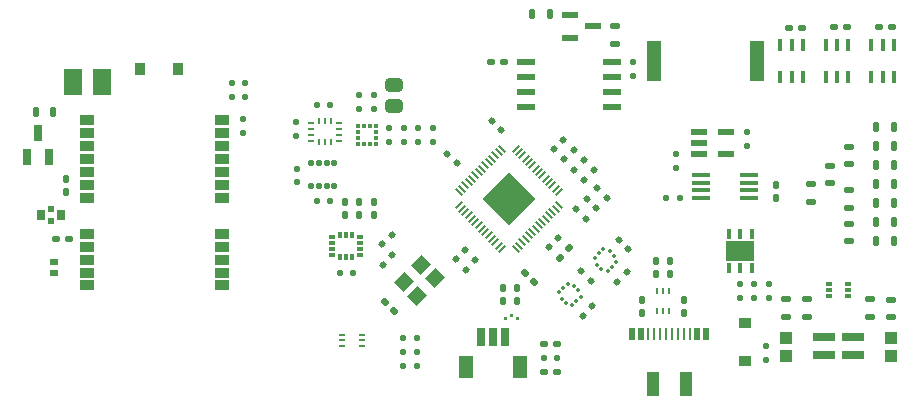
<source format=gbr>
%TF.GenerationSoftware,KiCad,Pcbnew,9.0.2+1*%
%TF.CreationDate,2025-08-16T20:28:54+01:00*%
%TF.ProjectId,Navigator,4e617669-6761-4746-9f72-2e6b69636164,rev?*%
%TF.SameCoordinates,Original*%
%TF.FileFunction,Paste,Top*%
%TF.FilePolarity,Positive*%
%FSLAX46Y46*%
G04 Gerber Fmt 4.6, Leading zero omitted, Abs format (unit mm)*
G04 Created by KiCad (PCBNEW 9.0.2+1) date 2025-08-16 20:28:54*
%MOMM*%
%LPD*%
G01*
G04 APERTURE LIST*
G04 Aperture macros list*
%AMRoundRect*
0 Rectangle with rounded corners*
0 $1 Rounding radius*
0 $2 $3 $4 $5 $6 $7 $8 $9 X,Y pos of 4 corners*
0 Add a 4 corners polygon primitive as box body*
4,1,4,$2,$3,$4,$5,$6,$7,$8,$9,$2,$3,0*
0 Add four circle primitives for the rounded corners*
1,1,$1+$1,$2,$3*
1,1,$1+$1,$4,$5*
1,1,$1+$1,$6,$7*
1,1,$1+$1,$8,$9*
0 Add four rect primitives between the rounded corners*
20,1,$1+$1,$2,$3,$4,$5,0*
20,1,$1+$1,$4,$5,$6,$7,0*
20,1,$1+$1,$6,$7,$8,$9,0*
20,1,$1+$1,$8,$9,$2,$3,0*%
%AMRotRect*
0 Rectangle, with rotation*
0 The origin of the aperture is its center*
0 $1 length*
0 $2 width*
0 $3 Rotation angle, in degrees counterclockwise*
0 Add horizontal line*
21,1,$1,$2,0,0,$3*%
G04 Aperture macros list end*
%ADD10C,0.000000*%
%ADD11C,0.010000*%
%ADD12R,0.609600X0.228600*%
%ADD13RotRect,0.177800X0.812800X45.000000*%
%ADD14RotRect,0.177800X0.812800X315.000000*%
%ADD15RotRect,3.200400X3.200400X315.000000*%
%ADD16RoundRect,0.072500X-0.637500X-0.217500X0.637500X-0.217500X0.637500X0.217500X-0.637500X0.217500X0*%
%ADD17R,1.549400X2.209800*%
%ADD18R,0.576580X0.351536*%
%ADD19R,0.351536X0.576580*%
%ADD20R,0.475000X0.300000*%
%ADD21R,0.520000X1.000000*%
%ADD22R,0.270000X1.000000*%
%ADD23R,1.000000X2.000000*%
%ADD24RoundRect,0.127000X0.017961X0.197566X-0.197566X-0.017961X-0.017961X-0.197566X0.197566X0.017961X0*%
%ADD25RoundRect,0.127000X-0.197566X0.017961X0.017961X-0.197566X0.197566X-0.017961X-0.017961X0.197566X0*%
%ADD26RoundRect,0.125000X0.202799X0.124999X-0.202799X0.124999X-0.202799X-0.124999X0.202799X-0.124999X0*%
%ADD27RoundRect,0.125000X0.124999X-0.202799X0.124999X0.202799X-0.124999X0.202799X-0.124999X-0.202799X0*%
%ADD28RoundRect,0.127000X-0.152400X-0.127000X0.152400X-0.127000X0.152400X0.127000X-0.152400X0.127000X0*%
%ADD29RoundRect,0.125000X0.055013X0.231788X-0.231788X-0.055013X-0.055013X-0.231788X0.231788X0.055013X0*%
%ADD30RoundRect,0.227500X0.227500X0.307500X-0.227500X0.307500X-0.227500X-0.307500X0.227500X-0.307500X0*%
%ADD31R,0.406400X0.812800*%
%ADD32R,2.489200X1.752600*%
%ADD33R,0.800000X1.320000*%
%ADD34RoundRect,0.127000X0.127000X-0.152400X0.127000X0.152400X-0.127000X0.152400X-0.127000X-0.152400X0*%
%ADD35R,1.524000X0.533400*%
%ADD36RoundRect,0.125000X-0.124999X0.202799X-0.124999X-0.202799X0.124999X-0.202799X0.124999X0.202799X0*%
%ADD37RoundRect,0.125000X0.125000X0.281400X-0.125000X0.281400X-0.125000X-0.281400X0.125000X-0.281400X0*%
%ADD38RoundRect,0.127000X-0.127000X0.152400X-0.127000X-0.152400X0.127000X-0.152400X0.127000X0.152400X0*%
%ADD39RoundRect,0.125000X-0.281400X0.125000X-0.281400X-0.125000X0.281400X-0.125000X0.281400X0.125000X0*%
%ADD40RoundRect,0.127000X0.152400X0.127000X-0.152400X0.127000X-0.152400X-0.127000X0.152400X-0.127000X0*%
%ADD41RoundRect,0.125000X0.231788X-0.055013X-0.055013X0.231788X-0.231788X0.055013X0.055013X-0.231788X0*%
%ADD42RotRect,1.100000X1.300000X135.000000*%
%ADD43R,0.482600X0.254000*%
%ADD44R,0.254000X0.482600*%
%ADD45RoundRect,0.127000X0.197566X-0.017961X-0.017961X0.197566X-0.197566X0.017961X0.017961X-0.197566X0*%
%ADD46R,1.905000X0.660400*%
%ADD47R,1.295400X0.838200*%
%ADD48R,1.000000X1.050000*%
%ADD49RoundRect,0.125000X0.281400X-0.125000X0.281400X0.125000X-0.281400X0.125000X-0.281400X-0.125000X0*%
%ADD50RoundRect,0.127000X-0.017961X-0.197566X0.197566X0.017961X0.017961X0.197566X-0.197566X-0.017961X0*%
%ADD51R,1.300000X3.400000*%
%ADD52R,1.422400X0.558800*%
%ADD53R,0.711200X0.889000*%
%ADD54R,0.508000X0.558800*%
%ADD55R,0.457200X1.003300*%
%ADD56RoundRect,0.056250X0.168750X-0.188750X0.168750X0.188750X-0.168750X0.188750X-0.168750X-0.188750X0*%
%ADD57R,1.524000X0.457200*%
%ADD58RotRect,0.304800X0.330200X315.000000*%
%ADD59RotRect,0.304800X0.330200X225.000000*%
%ADD60RoundRect,0.227500X0.307500X-0.227500X0.307500X0.227500X-0.307500X0.227500X-0.307500X-0.227500X0*%
%ADD61RoundRect,0.250000X0.475000X-0.325000X0.475000X0.325000X-0.475000X0.325000X-0.475000X-0.325000X0*%
%ADD62R,0.660000X0.500000*%
%ADD63R,0.351536X0.376682*%
%ADD64R,0.376682X0.351536*%
%ADD65R,0.660400X1.549400*%
%ADD66R,1.295400X1.905000*%
%ADD67RoundRect,0.125000X-0.202799X-0.124999X0.202799X-0.124999X0.202799X0.124999X-0.202799X0.124999X0*%
%ADD68R,0.228600X0.609600*%
%ADD69RotRect,0.254000X0.279400X315.000000*%
%ADD70RotRect,0.254000X0.254000X225.000000*%
G04 APERTURE END LIST*
D10*
%TO.C,MCU1*%
G36*
X150970091Y-81268488D02*
G01*
X149980000Y-82258579D01*
X148989909Y-81268488D01*
X149980000Y-80278397D01*
X150970091Y-81268488D01*
G37*
G36*
X149838579Y-82400000D02*
G01*
X148848488Y-83390091D01*
X147858397Y-82400000D01*
X148848488Y-81409909D01*
X149838579Y-82400000D01*
G37*
G36*
X152101603Y-82400000D02*
G01*
X151111512Y-83390091D01*
X150121421Y-82400000D01*
X151111512Y-81409909D01*
X152101603Y-82400000D01*
G37*
G36*
X150970091Y-83531512D02*
G01*
X149980000Y-84521603D01*
X148989909Y-83531512D01*
X149980000Y-82541421D01*
X150970091Y-83531512D01*
G37*
D11*
%TO.C,D5*%
X149737856Y-92394499D02*
X149739856Y-92394499D01*
X149742856Y-92395499D01*
X149744856Y-92395499D01*
X149747856Y-92396499D01*
X149749856Y-92397499D01*
X149752856Y-92398499D01*
X149754856Y-92400499D01*
X149756856Y-92401499D01*
X149758856Y-92403499D01*
X149760856Y-92404499D01*
X149762856Y-92406499D01*
X149764856Y-92408499D01*
X149766856Y-92410499D01*
X149768856Y-92412499D01*
X149769856Y-92414499D01*
X149771856Y-92416499D01*
X149772856Y-92418499D01*
X149774856Y-92420499D01*
X149775856Y-92423499D01*
X149776856Y-92425499D01*
X149777856Y-92428499D01*
X149777856Y-92430499D01*
X149778856Y-92433499D01*
X149778856Y-92435499D01*
X149779856Y-92438499D01*
X149779856Y-92440499D01*
X149779856Y-92443499D01*
X149779856Y-92553499D01*
X149779856Y-92556499D01*
X149779856Y-92558499D01*
X149778856Y-92561499D01*
X149778856Y-92563499D01*
X149777856Y-92566499D01*
X149777856Y-92568499D01*
X149776856Y-92571499D01*
X149775856Y-92573499D01*
X149774856Y-92576499D01*
X149772856Y-92578499D01*
X149771856Y-92580499D01*
X149769856Y-92582499D01*
X149768856Y-92584499D01*
X149766856Y-92586499D01*
X149764856Y-92588499D01*
X149762856Y-92590499D01*
X149760856Y-92592499D01*
X149758856Y-92593499D01*
X149756856Y-92595499D01*
X149754856Y-92596499D01*
X149752856Y-92598499D01*
X149749856Y-92599499D01*
X149747856Y-92600499D01*
X149744856Y-92601499D01*
X149742856Y-92601499D01*
X149739856Y-92602499D01*
X149737856Y-92602499D01*
X149734856Y-92603499D01*
X149732856Y-92603499D01*
X149729856Y-92603499D01*
X149619856Y-92603499D01*
X149616856Y-92603499D01*
X149614856Y-92603499D01*
X149611856Y-92602499D01*
X149609856Y-92602499D01*
X149606856Y-92601499D01*
X149604856Y-92601499D01*
X149601856Y-92600499D01*
X149599856Y-92599499D01*
X149596856Y-92598499D01*
X149594856Y-92596499D01*
X149592856Y-92595499D01*
X149590856Y-92593499D01*
X149588856Y-92592499D01*
X149586856Y-92590499D01*
X149584856Y-92588499D01*
X149582856Y-92586499D01*
X149580856Y-92584499D01*
X149579856Y-92582499D01*
X149577856Y-92580499D01*
X149576856Y-92578499D01*
X149574856Y-92576499D01*
X149573856Y-92573499D01*
X149572856Y-92571499D01*
X149571856Y-92568499D01*
X149571856Y-92566499D01*
X149570856Y-92563499D01*
X149570856Y-92561499D01*
X149569856Y-92558499D01*
X149569856Y-92556499D01*
X149569856Y-92553499D01*
X149569856Y-92443499D01*
X149569856Y-92440499D01*
X149569856Y-92438499D01*
X149570856Y-92435499D01*
X149570856Y-92433499D01*
X149571856Y-92430499D01*
X149571856Y-92428499D01*
X149572856Y-92425499D01*
X149573856Y-92423499D01*
X149574856Y-92420499D01*
X149576856Y-92418499D01*
X149577856Y-92416499D01*
X149579856Y-92414499D01*
X149580856Y-92412499D01*
X149582856Y-92410499D01*
X149584856Y-92408499D01*
X149586856Y-92406499D01*
X149588856Y-92404499D01*
X149590856Y-92403499D01*
X149592856Y-92401499D01*
X149594856Y-92400499D01*
X149596856Y-92398499D01*
X149599856Y-92397499D01*
X149601856Y-92396499D01*
X149604856Y-92395499D01*
X149606856Y-92395499D01*
X149609856Y-92394499D01*
X149611856Y-92394499D01*
X149614856Y-92393499D01*
X149616856Y-92393499D01*
X149619856Y-92393499D01*
X149729856Y-92393499D01*
X149732856Y-92393499D01*
X149734856Y-92393499D01*
X149737856Y-92394499D01*
G36*
X149737856Y-92394499D02*
G01*
X149739856Y-92394499D01*
X149742856Y-92395499D01*
X149744856Y-92395499D01*
X149747856Y-92396499D01*
X149749856Y-92397499D01*
X149752856Y-92398499D01*
X149754856Y-92400499D01*
X149756856Y-92401499D01*
X149758856Y-92403499D01*
X149760856Y-92404499D01*
X149762856Y-92406499D01*
X149764856Y-92408499D01*
X149766856Y-92410499D01*
X149768856Y-92412499D01*
X149769856Y-92414499D01*
X149771856Y-92416499D01*
X149772856Y-92418499D01*
X149774856Y-92420499D01*
X149775856Y-92423499D01*
X149776856Y-92425499D01*
X149777856Y-92428499D01*
X149777856Y-92430499D01*
X149778856Y-92433499D01*
X149778856Y-92435499D01*
X149779856Y-92438499D01*
X149779856Y-92440499D01*
X149779856Y-92443499D01*
X149779856Y-92553499D01*
X149779856Y-92556499D01*
X149779856Y-92558499D01*
X149778856Y-92561499D01*
X149778856Y-92563499D01*
X149777856Y-92566499D01*
X149777856Y-92568499D01*
X149776856Y-92571499D01*
X149775856Y-92573499D01*
X149774856Y-92576499D01*
X149772856Y-92578499D01*
X149771856Y-92580499D01*
X149769856Y-92582499D01*
X149768856Y-92584499D01*
X149766856Y-92586499D01*
X149764856Y-92588499D01*
X149762856Y-92590499D01*
X149760856Y-92592499D01*
X149758856Y-92593499D01*
X149756856Y-92595499D01*
X149754856Y-92596499D01*
X149752856Y-92598499D01*
X149749856Y-92599499D01*
X149747856Y-92600499D01*
X149744856Y-92601499D01*
X149742856Y-92601499D01*
X149739856Y-92602499D01*
X149737856Y-92602499D01*
X149734856Y-92603499D01*
X149732856Y-92603499D01*
X149729856Y-92603499D01*
X149619856Y-92603499D01*
X149616856Y-92603499D01*
X149614856Y-92603499D01*
X149611856Y-92602499D01*
X149609856Y-92602499D01*
X149606856Y-92601499D01*
X149604856Y-92601499D01*
X149601856Y-92600499D01*
X149599856Y-92599499D01*
X149596856Y-92598499D01*
X149594856Y-92596499D01*
X149592856Y-92595499D01*
X149590856Y-92593499D01*
X149588856Y-92592499D01*
X149586856Y-92590499D01*
X149584856Y-92588499D01*
X149582856Y-92586499D01*
X149580856Y-92584499D01*
X149579856Y-92582499D01*
X149577856Y-92580499D01*
X149576856Y-92578499D01*
X149574856Y-92576499D01*
X149573856Y-92573499D01*
X149572856Y-92571499D01*
X149571856Y-92568499D01*
X149571856Y-92566499D01*
X149570856Y-92563499D01*
X149570856Y-92561499D01*
X149569856Y-92558499D01*
X149569856Y-92556499D01*
X149569856Y-92553499D01*
X149569856Y-92443499D01*
X149569856Y-92440499D01*
X149569856Y-92438499D01*
X149570856Y-92435499D01*
X149570856Y-92433499D01*
X149571856Y-92430499D01*
X149571856Y-92428499D01*
X149572856Y-92425499D01*
X149573856Y-92423499D01*
X149574856Y-92420499D01*
X149576856Y-92418499D01*
X149577856Y-92416499D01*
X149579856Y-92414499D01*
X149580856Y-92412499D01*
X149582856Y-92410499D01*
X149584856Y-92408499D01*
X149586856Y-92406499D01*
X149588856Y-92404499D01*
X149590856Y-92403499D01*
X149592856Y-92401499D01*
X149594856Y-92400499D01*
X149596856Y-92398499D01*
X149599856Y-92397499D01*
X149601856Y-92396499D01*
X149604856Y-92395499D01*
X149606856Y-92395499D01*
X149609856Y-92394499D01*
X149611856Y-92394499D01*
X149614856Y-92393499D01*
X149616856Y-92393499D01*
X149619856Y-92393499D01*
X149729856Y-92393499D01*
X149732856Y-92393499D01*
X149734856Y-92393499D01*
X149737856Y-92394499D01*
G37*
X150237856Y-92144499D02*
X150239856Y-92144499D01*
X150242856Y-92145499D01*
X150244856Y-92145499D01*
X150247856Y-92146499D01*
X150249856Y-92147499D01*
X150252856Y-92148499D01*
X150254856Y-92150499D01*
X150256856Y-92151499D01*
X150258856Y-92153499D01*
X150260856Y-92154499D01*
X150262856Y-92156499D01*
X150264856Y-92158499D01*
X150266856Y-92160499D01*
X150268856Y-92162499D01*
X150269856Y-92164499D01*
X150271856Y-92166499D01*
X150272856Y-92168499D01*
X150274856Y-92170499D01*
X150275856Y-92173499D01*
X150276856Y-92175499D01*
X150277856Y-92178499D01*
X150277856Y-92180499D01*
X150278856Y-92183499D01*
X150278856Y-92185499D01*
X150279856Y-92188499D01*
X150279856Y-92190499D01*
X150279856Y-92193499D01*
X150279856Y-92303499D01*
X150279856Y-92306499D01*
X150279856Y-92308499D01*
X150278856Y-92311499D01*
X150278856Y-92313499D01*
X150277856Y-92316499D01*
X150277856Y-92318499D01*
X150276856Y-92321499D01*
X150275856Y-92323499D01*
X150274856Y-92326499D01*
X150272856Y-92328499D01*
X150271856Y-92330499D01*
X150269856Y-92332499D01*
X150268856Y-92334499D01*
X150266856Y-92336499D01*
X150264856Y-92338499D01*
X150262856Y-92340499D01*
X150260856Y-92342499D01*
X150258856Y-92343499D01*
X150256856Y-92345499D01*
X150254856Y-92346499D01*
X150252856Y-92348499D01*
X150249856Y-92349499D01*
X150247856Y-92350499D01*
X150244856Y-92351499D01*
X150242856Y-92351499D01*
X150239856Y-92352499D01*
X150237856Y-92352499D01*
X150234856Y-92353499D01*
X150232856Y-92353499D01*
X150229856Y-92353499D01*
X150119856Y-92353499D01*
X150116856Y-92353499D01*
X150114856Y-92353499D01*
X150111856Y-92352499D01*
X150109856Y-92352499D01*
X150106856Y-92351499D01*
X150104856Y-92351499D01*
X150101856Y-92350499D01*
X150099856Y-92349499D01*
X150096856Y-92348499D01*
X150094856Y-92346499D01*
X150092856Y-92345499D01*
X150090856Y-92343499D01*
X150088856Y-92342499D01*
X150086856Y-92340499D01*
X150084856Y-92338499D01*
X150082856Y-92336499D01*
X150080856Y-92334499D01*
X150079856Y-92332499D01*
X150077856Y-92330499D01*
X150076856Y-92328499D01*
X150074856Y-92326499D01*
X150073856Y-92323499D01*
X150072856Y-92321499D01*
X150071856Y-92318499D01*
X150071856Y-92316499D01*
X150070856Y-92313499D01*
X150070856Y-92311499D01*
X150069856Y-92308499D01*
X150069856Y-92306499D01*
X150069856Y-92303499D01*
X150069856Y-92193499D01*
X150069856Y-92190499D01*
X150069856Y-92188499D01*
X150070856Y-92185499D01*
X150070856Y-92183499D01*
X150071856Y-92180499D01*
X150071856Y-92178499D01*
X150072856Y-92175499D01*
X150073856Y-92173499D01*
X150074856Y-92170499D01*
X150076856Y-92168499D01*
X150077856Y-92166499D01*
X150079856Y-92164499D01*
X150080856Y-92162499D01*
X150082856Y-92160499D01*
X150084856Y-92158499D01*
X150086856Y-92156499D01*
X150088856Y-92154499D01*
X150090856Y-92153499D01*
X150092856Y-92151499D01*
X150094856Y-92150499D01*
X150096856Y-92148499D01*
X150099856Y-92147499D01*
X150101856Y-92146499D01*
X150104856Y-92145499D01*
X150106856Y-92145499D01*
X150109856Y-92144499D01*
X150111856Y-92144499D01*
X150114856Y-92143499D01*
X150116856Y-92143499D01*
X150119856Y-92143499D01*
X150229856Y-92143499D01*
X150232856Y-92143499D01*
X150234856Y-92143499D01*
X150237856Y-92144499D01*
G36*
X150237856Y-92144499D02*
G01*
X150239856Y-92144499D01*
X150242856Y-92145499D01*
X150244856Y-92145499D01*
X150247856Y-92146499D01*
X150249856Y-92147499D01*
X150252856Y-92148499D01*
X150254856Y-92150499D01*
X150256856Y-92151499D01*
X150258856Y-92153499D01*
X150260856Y-92154499D01*
X150262856Y-92156499D01*
X150264856Y-92158499D01*
X150266856Y-92160499D01*
X150268856Y-92162499D01*
X150269856Y-92164499D01*
X150271856Y-92166499D01*
X150272856Y-92168499D01*
X150274856Y-92170499D01*
X150275856Y-92173499D01*
X150276856Y-92175499D01*
X150277856Y-92178499D01*
X150277856Y-92180499D01*
X150278856Y-92183499D01*
X150278856Y-92185499D01*
X150279856Y-92188499D01*
X150279856Y-92190499D01*
X150279856Y-92193499D01*
X150279856Y-92303499D01*
X150279856Y-92306499D01*
X150279856Y-92308499D01*
X150278856Y-92311499D01*
X150278856Y-92313499D01*
X150277856Y-92316499D01*
X150277856Y-92318499D01*
X150276856Y-92321499D01*
X150275856Y-92323499D01*
X150274856Y-92326499D01*
X150272856Y-92328499D01*
X150271856Y-92330499D01*
X150269856Y-92332499D01*
X150268856Y-92334499D01*
X150266856Y-92336499D01*
X150264856Y-92338499D01*
X150262856Y-92340499D01*
X150260856Y-92342499D01*
X150258856Y-92343499D01*
X150256856Y-92345499D01*
X150254856Y-92346499D01*
X150252856Y-92348499D01*
X150249856Y-92349499D01*
X150247856Y-92350499D01*
X150244856Y-92351499D01*
X150242856Y-92351499D01*
X150239856Y-92352499D01*
X150237856Y-92352499D01*
X150234856Y-92353499D01*
X150232856Y-92353499D01*
X150229856Y-92353499D01*
X150119856Y-92353499D01*
X150116856Y-92353499D01*
X150114856Y-92353499D01*
X150111856Y-92352499D01*
X150109856Y-92352499D01*
X150106856Y-92351499D01*
X150104856Y-92351499D01*
X150101856Y-92350499D01*
X150099856Y-92349499D01*
X150096856Y-92348499D01*
X150094856Y-92346499D01*
X150092856Y-92345499D01*
X150090856Y-92343499D01*
X150088856Y-92342499D01*
X150086856Y-92340499D01*
X150084856Y-92338499D01*
X150082856Y-92336499D01*
X150080856Y-92334499D01*
X150079856Y-92332499D01*
X150077856Y-92330499D01*
X150076856Y-92328499D01*
X150074856Y-92326499D01*
X150073856Y-92323499D01*
X150072856Y-92321499D01*
X150071856Y-92318499D01*
X150071856Y-92316499D01*
X150070856Y-92313499D01*
X150070856Y-92311499D01*
X150069856Y-92308499D01*
X150069856Y-92306499D01*
X150069856Y-92303499D01*
X150069856Y-92193499D01*
X150069856Y-92190499D01*
X150069856Y-92188499D01*
X150070856Y-92185499D01*
X150070856Y-92183499D01*
X150071856Y-92180499D01*
X150071856Y-92178499D01*
X150072856Y-92175499D01*
X150073856Y-92173499D01*
X150074856Y-92170499D01*
X150076856Y-92168499D01*
X150077856Y-92166499D01*
X150079856Y-92164499D01*
X150080856Y-92162499D01*
X150082856Y-92160499D01*
X150084856Y-92158499D01*
X150086856Y-92156499D01*
X150088856Y-92154499D01*
X150090856Y-92153499D01*
X150092856Y-92151499D01*
X150094856Y-92150499D01*
X150096856Y-92148499D01*
X150099856Y-92147499D01*
X150101856Y-92146499D01*
X150104856Y-92145499D01*
X150106856Y-92145499D01*
X150109856Y-92144499D01*
X150111856Y-92144499D01*
X150114856Y-92143499D01*
X150116856Y-92143499D01*
X150119856Y-92143499D01*
X150229856Y-92143499D01*
X150232856Y-92143499D01*
X150234856Y-92143499D01*
X150237856Y-92144499D01*
G37*
X150737856Y-92394499D02*
X150739856Y-92394499D01*
X150742856Y-92395499D01*
X150744856Y-92395499D01*
X150747856Y-92396499D01*
X150749856Y-92397499D01*
X150752856Y-92398499D01*
X150754856Y-92400499D01*
X150756856Y-92401499D01*
X150758856Y-92403499D01*
X150760856Y-92404499D01*
X150762856Y-92406499D01*
X150764856Y-92408499D01*
X150766856Y-92410499D01*
X150768856Y-92412499D01*
X150769856Y-92414499D01*
X150771856Y-92416499D01*
X150772856Y-92418499D01*
X150774856Y-92420499D01*
X150775856Y-92423499D01*
X150776856Y-92425499D01*
X150777856Y-92428499D01*
X150777856Y-92430499D01*
X150778856Y-92433499D01*
X150778856Y-92435499D01*
X150779856Y-92438499D01*
X150779856Y-92440499D01*
X150779856Y-92443499D01*
X150779856Y-92553499D01*
X150779856Y-92556499D01*
X150779856Y-92558499D01*
X150778856Y-92561499D01*
X150778856Y-92563499D01*
X150777856Y-92566499D01*
X150777856Y-92568499D01*
X150776856Y-92571499D01*
X150775856Y-92573499D01*
X150774856Y-92576499D01*
X150772856Y-92578499D01*
X150771856Y-92580499D01*
X150769856Y-92582499D01*
X150768856Y-92584499D01*
X150766856Y-92586499D01*
X150764856Y-92588499D01*
X150762856Y-92590499D01*
X150760856Y-92592499D01*
X150758856Y-92593499D01*
X150756856Y-92595499D01*
X150754856Y-92596499D01*
X150752856Y-92598499D01*
X150749856Y-92599499D01*
X150747856Y-92600499D01*
X150744856Y-92601499D01*
X150742856Y-92601499D01*
X150739856Y-92602499D01*
X150737856Y-92602499D01*
X150734856Y-92603499D01*
X150732856Y-92603499D01*
X150729856Y-92603499D01*
X150619856Y-92603499D01*
X150616856Y-92603499D01*
X150614856Y-92603499D01*
X150611856Y-92602499D01*
X150609856Y-92602499D01*
X150606856Y-92601499D01*
X150604856Y-92601499D01*
X150601856Y-92600499D01*
X150599856Y-92599499D01*
X150596856Y-92598499D01*
X150594856Y-92596499D01*
X150592856Y-92595499D01*
X150590856Y-92593499D01*
X150588856Y-92592499D01*
X150586856Y-92590499D01*
X150584856Y-92588499D01*
X150582856Y-92586499D01*
X150580856Y-92584499D01*
X150579856Y-92582499D01*
X150577856Y-92580499D01*
X150576856Y-92578499D01*
X150574856Y-92576499D01*
X150573856Y-92573499D01*
X150572856Y-92571499D01*
X150571856Y-92568499D01*
X150571856Y-92566499D01*
X150570856Y-92563499D01*
X150570856Y-92561499D01*
X150569856Y-92558499D01*
X150569856Y-92556499D01*
X150569856Y-92553499D01*
X150569856Y-92443499D01*
X150569856Y-92440499D01*
X150569856Y-92438499D01*
X150570856Y-92435499D01*
X150570856Y-92433499D01*
X150571856Y-92430499D01*
X150571856Y-92428499D01*
X150572856Y-92425499D01*
X150573856Y-92423499D01*
X150574856Y-92420499D01*
X150576856Y-92418499D01*
X150577856Y-92416499D01*
X150579856Y-92414499D01*
X150580856Y-92412499D01*
X150582856Y-92410499D01*
X150584856Y-92408499D01*
X150586856Y-92406499D01*
X150588856Y-92404499D01*
X150590856Y-92403499D01*
X150592856Y-92401499D01*
X150594856Y-92400499D01*
X150596856Y-92398499D01*
X150599856Y-92397499D01*
X150601856Y-92396499D01*
X150604856Y-92395499D01*
X150606856Y-92395499D01*
X150609856Y-92394499D01*
X150611856Y-92394499D01*
X150614856Y-92393499D01*
X150616856Y-92393499D01*
X150619856Y-92393499D01*
X150729856Y-92393499D01*
X150732856Y-92393499D01*
X150734856Y-92393499D01*
X150737856Y-92394499D01*
G36*
X150737856Y-92394499D02*
G01*
X150739856Y-92394499D01*
X150742856Y-92395499D01*
X150744856Y-92395499D01*
X150747856Y-92396499D01*
X150749856Y-92397499D01*
X150752856Y-92398499D01*
X150754856Y-92400499D01*
X150756856Y-92401499D01*
X150758856Y-92403499D01*
X150760856Y-92404499D01*
X150762856Y-92406499D01*
X150764856Y-92408499D01*
X150766856Y-92410499D01*
X150768856Y-92412499D01*
X150769856Y-92414499D01*
X150771856Y-92416499D01*
X150772856Y-92418499D01*
X150774856Y-92420499D01*
X150775856Y-92423499D01*
X150776856Y-92425499D01*
X150777856Y-92428499D01*
X150777856Y-92430499D01*
X150778856Y-92433499D01*
X150778856Y-92435499D01*
X150779856Y-92438499D01*
X150779856Y-92440499D01*
X150779856Y-92443499D01*
X150779856Y-92553499D01*
X150779856Y-92556499D01*
X150779856Y-92558499D01*
X150778856Y-92561499D01*
X150778856Y-92563499D01*
X150777856Y-92566499D01*
X150777856Y-92568499D01*
X150776856Y-92571499D01*
X150775856Y-92573499D01*
X150774856Y-92576499D01*
X150772856Y-92578499D01*
X150771856Y-92580499D01*
X150769856Y-92582499D01*
X150768856Y-92584499D01*
X150766856Y-92586499D01*
X150764856Y-92588499D01*
X150762856Y-92590499D01*
X150760856Y-92592499D01*
X150758856Y-92593499D01*
X150756856Y-92595499D01*
X150754856Y-92596499D01*
X150752856Y-92598499D01*
X150749856Y-92599499D01*
X150747856Y-92600499D01*
X150744856Y-92601499D01*
X150742856Y-92601499D01*
X150739856Y-92602499D01*
X150737856Y-92602499D01*
X150734856Y-92603499D01*
X150732856Y-92603499D01*
X150729856Y-92603499D01*
X150619856Y-92603499D01*
X150616856Y-92603499D01*
X150614856Y-92603499D01*
X150611856Y-92602499D01*
X150609856Y-92602499D01*
X150606856Y-92601499D01*
X150604856Y-92601499D01*
X150601856Y-92600499D01*
X150599856Y-92599499D01*
X150596856Y-92598499D01*
X150594856Y-92596499D01*
X150592856Y-92595499D01*
X150590856Y-92593499D01*
X150588856Y-92592499D01*
X150586856Y-92590499D01*
X150584856Y-92588499D01*
X150582856Y-92586499D01*
X150580856Y-92584499D01*
X150579856Y-92582499D01*
X150577856Y-92580499D01*
X150576856Y-92578499D01*
X150574856Y-92576499D01*
X150573856Y-92573499D01*
X150572856Y-92571499D01*
X150571856Y-92568499D01*
X150571856Y-92566499D01*
X150570856Y-92563499D01*
X150570856Y-92561499D01*
X150569856Y-92558499D01*
X150569856Y-92556499D01*
X150569856Y-92553499D01*
X150569856Y-92443499D01*
X150569856Y-92440499D01*
X150569856Y-92438499D01*
X150570856Y-92435499D01*
X150570856Y-92433499D01*
X150571856Y-92430499D01*
X150571856Y-92428499D01*
X150572856Y-92425499D01*
X150573856Y-92423499D01*
X150574856Y-92420499D01*
X150576856Y-92418499D01*
X150577856Y-92416499D01*
X150579856Y-92414499D01*
X150580856Y-92412499D01*
X150582856Y-92410499D01*
X150584856Y-92408499D01*
X150586856Y-92406499D01*
X150588856Y-92404499D01*
X150590856Y-92403499D01*
X150592856Y-92401499D01*
X150594856Y-92400499D01*
X150596856Y-92398499D01*
X150599856Y-92397499D01*
X150601856Y-92396499D01*
X150604856Y-92395499D01*
X150606856Y-92395499D01*
X150609856Y-92394499D01*
X150611856Y-92394499D01*
X150614856Y-92393499D01*
X150616856Y-92393499D01*
X150619856Y-92393499D01*
X150729856Y-92393499D01*
X150732856Y-92393499D01*
X150734856Y-92393499D01*
X150737856Y-92394499D01*
G37*
%TD*%
D12*
%TO.C,D1*%
X135849100Y-93900001D03*
X135849100Y-94400000D03*
X135849100Y-94899999D03*
X137550900Y-94899999D03*
X137550900Y-94400000D03*
X137550900Y-93900001D03*
%TD*%
D13*
%TO.C,MCU1*%
X149411769Y-78154814D03*
X149128927Y-78437656D03*
X148846083Y-78720500D03*
X148563241Y-79003342D03*
X148280399Y-79286184D03*
X147997555Y-79569028D03*
X147714713Y-79851870D03*
X147431870Y-80134713D03*
X147149028Y-80417555D03*
X146866184Y-80700399D03*
X146583342Y-80983241D03*
X146300500Y-81266083D03*
X146017656Y-81548927D03*
X145734814Y-81831769D03*
D14*
X145734814Y-82968231D03*
X146017656Y-83251073D03*
X146300500Y-83533917D03*
X146583342Y-83816759D03*
X146866184Y-84099601D03*
X147149028Y-84382445D03*
X147431870Y-84665287D03*
X147714713Y-84948130D03*
X147997555Y-85230972D03*
X148280399Y-85513816D03*
X148563241Y-85796658D03*
X148846083Y-86079500D03*
X149128927Y-86362344D03*
X149411769Y-86645186D03*
D13*
X150548231Y-86645186D03*
X150831073Y-86362344D03*
X151113917Y-86079500D03*
X151396759Y-85796658D03*
X151679601Y-85513816D03*
X151962445Y-85230972D03*
X152245287Y-84948130D03*
X152528130Y-84665287D03*
X152810972Y-84382445D03*
X153093816Y-84099601D03*
X153376658Y-83816759D03*
X153659500Y-83533917D03*
X153942344Y-83251073D03*
X154225186Y-82968231D03*
D14*
X154225186Y-81831769D03*
X153942344Y-81548927D03*
X153659500Y-81266083D03*
X153376658Y-80983241D03*
X153093816Y-80700399D03*
X152810972Y-80417555D03*
X152528130Y-80134713D03*
X152245287Y-79851870D03*
X151962445Y-79569028D03*
X151679601Y-79286184D03*
X151396759Y-79003342D03*
X151113917Y-78720500D03*
X150831073Y-78437656D03*
X150548231Y-78154814D03*
D15*
X149980000Y-82400000D03*
%TD*%
D16*
%TO.C,U29*%
X166100000Y-76750000D03*
X166100000Y-77700000D03*
X166100000Y-78650000D03*
X168390000Y-78650000D03*
X168390000Y-76750000D03*
%TD*%
D17*
%TO.C,CR3*%
X113092956Y-72548499D03*
X115556756Y-72548499D03*
%TD*%
D18*
%TO.C,U4*%
X134969700Y-85649999D03*
X134969700Y-86150000D03*
X134969700Y-86650000D03*
X134969700Y-87150001D03*
D19*
X135680001Y-87356300D03*
X136180000Y-87356300D03*
X136679999Y-87356300D03*
D18*
X137390300Y-87150001D03*
X137390300Y-86650000D03*
X137390300Y-86150000D03*
X137390300Y-85649999D03*
D19*
X136679999Y-85443700D03*
X136180000Y-85443700D03*
X135680001Y-85443700D03*
%TD*%
D20*
%TO.C,IC2*%
X177045357Y-89598499D03*
X177045357Y-90098499D03*
X177045357Y-90598499D03*
X178721357Y-90598499D03*
X178721357Y-90098499D03*
X178721357Y-89598499D03*
%TD*%
D21*
%TO.C,J5*%
X160444856Y-93848499D03*
X161194856Y-93848499D03*
D22*
X161794856Y-93848499D03*
X162294856Y-93848499D03*
X162794856Y-93848499D03*
X163294856Y-93848499D03*
X163794856Y-93848499D03*
X164294856Y-93848499D03*
X164794856Y-93848499D03*
X165294856Y-93848499D03*
D21*
X165894856Y-93848499D03*
X166644856Y-93848499D03*
D23*
X162144856Y-98048499D03*
X164944856Y-98048499D03*
%TD*%
D24*
%TO.C,C22*%
X140078422Y-85438539D03*
X139270198Y-86246763D03*
%TD*%
D25*
%TO.C,C28*%
X157470744Y-81494386D03*
X158278968Y-82302610D03*
%TD*%
D26*
%TO.C,R8*%
X174804400Y-67907450D03*
X173698802Y-67907450D03*
%TD*%
D27*
%TO.C,R18*%
X162444854Y-88801298D03*
X162444854Y-87695700D03*
%TD*%
D28*
%TO.C,C4*%
X141028499Y-94200000D03*
X142171501Y-94200000D03*
%TD*%
D29*
%TO.C,R12*%
X155064855Y-86598499D03*
X154283079Y-87380275D03*
%TD*%
D30*
%TO.C,D2*%
X118737500Y-71388626D03*
X121947500Y-71388626D03*
%TD*%
D26*
%TO.C,R28*%
X182450000Y-67900000D03*
X181344402Y-67900000D03*
%TD*%
D31*
%TO.C,U8*%
X168624855Y-88274798D03*
X169574856Y-88274798D03*
X170524857Y-88274798D03*
X170524857Y-85379198D03*
X169574856Y-85379198D03*
X168624855Y-85379198D03*
D32*
X169574856Y-86826998D03*
%TD*%
D33*
%TO.C,U12*%
X109150000Y-78865999D03*
X111050000Y-78865999D03*
X110100000Y-76865999D03*
%TD*%
D34*
%TO.C,C6*%
X142296667Y-77571500D03*
X142296667Y-76428500D03*
%TD*%
D35*
%TO.C,U7*%
X151435100Y-70795000D03*
X151435100Y-72065000D03*
X151435100Y-73335000D03*
X151435100Y-74605000D03*
X158724900Y-74605000D03*
X158724900Y-73335000D03*
X158724900Y-72065000D03*
X158724900Y-70795000D03*
%TD*%
D36*
%TO.C,R24*%
X161244854Y-90946950D03*
X161244854Y-92052548D03*
%TD*%
D37*
%TO.C,R26*%
X182550000Y-84408000D03*
X181050000Y-84408000D03*
%TD*%
%TO.C,R35*%
X182550000Y-79584000D03*
X181050000Y-79584000D03*
%TD*%
D38*
%TO.C,C41*%
X160474856Y-70826999D03*
X160474856Y-71969999D03*
%TD*%
D27*
%TO.C,R20*%
X150674856Y-91051298D03*
X150674856Y-89945700D03*
%TD*%
D24*
%TO.C,C26*%
X154588223Y-77391775D03*
X153779999Y-78199999D03*
%TD*%
D39*
%TO.C,R1*%
X182333356Y-90948499D03*
X182333356Y-92448499D03*
%TD*%
D34*
%TO.C,C92*%
X164100000Y-79793002D03*
X164100000Y-78650000D03*
%TD*%
D25*
%TO.C,C33*%
X156570744Y-82394387D03*
X157378968Y-83202611D03*
%TD*%
D40*
%TO.C,C3*%
X127647741Y-72600000D03*
X126504741Y-72600000D03*
%TD*%
D34*
%TO.C,C7*%
X141063333Y-77571500D03*
X141063333Y-76428500D03*
%TD*%
D25*
%TO.C,C14*%
X156125888Y-88545888D03*
X156934112Y-89354112D03*
%TD*%
D41*
%TO.C,R22*%
X140251713Y-91931789D03*
X139469937Y-91150013D03*
%TD*%
D37*
%TO.C,R33*%
X182550000Y-76350000D03*
X181050000Y-76350000D03*
%TD*%
D42*
%TO.C,XTAL1*%
X142240901Y-90625825D03*
X143725825Y-89140901D03*
X142559099Y-87974175D03*
X141074175Y-89459099D03*
%TD*%
D43*
%TO.C,U3*%
X135573800Y-77475001D03*
X135573800Y-76975000D03*
X135573800Y-76475000D03*
X135573800Y-75974999D03*
D44*
X134918099Y-75810600D03*
X134418100Y-75810600D03*
X133918101Y-75810600D03*
D43*
X133262400Y-75974999D03*
X133262400Y-76475000D03*
X133262400Y-76975000D03*
X133262400Y-77475001D03*
D44*
X133918101Y-77639400D03*
X134418100Y-77639400D03*
X134918099Y-77639400D03*
%TD*%
D27*
%TO.C,R25*%
X164844856Y-92052548D03*
X164844856Y-90946950D03*
%TD*%
%TO.C,R76*%
X172600000Y-82352799D03*
X172600000Y-81247201D03*
%TD*%
D34*
%TO.C,C10*%
X143530000Y-77571500D03*
X143530000Y-76428500D03*
%TD*%
D40*
%TO.C,C11*%
X136801500Y-88700000D03*
X135658500Y-88700000D03*
%TD*%
D45*
%TO.C,C35*%
X149334112Y-76604112D03*
X148525888Y-75795888D03*
%TD*%
D34*
%TO.C,C17*%
X138580000Y-74799999D03*
X138580000Y-73656999D03*
%TD*%
%TO.C,C38*%
X171744855Y-96024048D03*
X171744855Y-94881048D03*
%TD*%
D37*
%TO.C,R36*%
X182550000Y-82800000D03*
X181050000Y-82800000D03*
%TD*%
D46*
%TO.C,U1*%
X176683357Y-94148498D03*
X176683357Y-95648500D03*
X179096357Y-95648500D03*
X179096357Y-94148498D03*
%TD*%
D34*
%TO.C,C2*%
X127480000Y-76821500D03*
X127480000Y-75678500D03*
%TD*%
D47*
%TO.C,IC1*%
X114226900Y-75752300D03*
X114226900Y-76852300D03*
X114226900Y-77952300D03*
X114226900Y-79052300D03*
X114226900Y-80152300D03*
X114226900Y-81252300D03*
X114226900Y-82352300D03*
X114226900Y-85347700D03*
X114226900Y-86447700D03*
X114226900Y-87547700D03*
X114226900Y-88647700D03*
X114226900Y-89747700D03*
X125733100Y-89747700D03*
X125733100Y-88647700D03*
X125733100Y-87547700D03*
X125733100Y-86447700D03*
X125733100Y-85347700D03*
X125733100Y-82352300D03*
X125733100Y-81252300D03*
X125733100Y-80152300D03*
X125733100Y-79052300D03*
X125733100Y-77952300D03*
X125733100Y-76852300D03*
X125733100Y-75752300D03*
%TD*%
D34*
%TO.C,C12*%
X139830000Y-77571500D03*
X139830000Y-76428500D03*
%TD*%
D40*
%TO.C,C94*%
X164449998Y-82350000D03*
X163306996Y-82350000D03*
%TD*%
D38*
%TO.C,C93*%
X170150000Y-76778499D03*
X170150000Y-77921501D03*
%TD*%
%TO.C,C13*%
X132066002Y-79857000D03*
X132066002Y-81000000D03*
%TD*%
D48*
%TO.C,CR2*%
X173433356Y-94198499D03*
X173433356Y-95698499D03*
%TD*%
D34*
%TO.C,C37*%
X171974858Y-90798497D03*
X171974858Y-89655497D03*
%TD*%
D28*
%TO.C,C23*%
X152942605Y-95898499D03*
X154085605Y-95898499D03*
%TD*%
D37*
%TO.C,R41*%
X182550000Y-81192000D03*
X181050000Y-81192000D03*
%TD*%
D49*
%TO.C,R9*%
X158974856Y-69298499D03*
X158974856Y-67798499D03*
%TD*%
D28*
%TO.C,C5*%
X141028499Y-96600000D03*
X142171501Y-96600000D03*
%TD*%
D50*
%TO.C,C30*%
X154646667Y-79066667D03*
X155454891Y-78258443D03*
%TD*%
D49*
%TO.C,R72*%
X175550000Y-82650000D03*
X175550000Y-81150000D03*
%TD*%
D38*
%TO.C,C20*%
X131980000Y-75928500D03*
X131980000Y-77071500D03*
%TD*%
D50*
%TO.C,C29*%
X155513334Y-79933334D03*
X156321558Y-79125110D03*
%TD*%
D26*
%TO.C,R27*%
X178650000Y-67900000D03*
X177544402Y-67900000D03*
%TD*%
D49*
%TO.C,R71*%
X177150000Y-81100000D03*
X177150000Y-79600000D03*
%TD*%
D45*
%TO.C,C32*%
X145580000Y-79400000D03*
X144771776Y-78591776D03*
%TD*%
D51*
%TO.C,LS1*%
X162270000Y-70760000D03*
X170970000Y-70760000D03*
%TD*%
D37*
%TO.C,R6*%
X153474857Y-66798500D03*
X151974857Y-66798500D03*
%TD*%
D52*
%TO.C,U13*%
X155169601Y-66847500D03*
X155169601Y-68752500D03*
X157100001Y-67800000D03*
%TD*%
D25*
%TO.C,C36*%
X155670744Y-83294387D03*
X156478968Y-84102611D03*
%TD*%
D53*
%TO.C,FL1*%
X112080900Y-83750000D03*
D54*
X111230000Y-83229300D03*
D53*
X110379100Y-83750000D03*
D54*
X111230000Y-84270700D03*
%TD*%
D55*
%TO.C,U10*%
X178720000Y-69354900D03*
X177769999Y-69354900D03*
X176819998Y-69354900D03*
X176819998Y-72060000D03*
X177769999Y-72060000D03*
X178720000Y-72060000D03*
%TD*%
D40*
%TO.C,C8*%
X134876500Y-74450000D03*
X133733500Y-74450000D03*
%TD*%
D34*
%TO.C,C40*%
X170774858Y-90798497D03*
X170774858Y-89655497D03*
%TD*%
D49*
%TO.C,R70*%
X178800000Y-79500000D03*
X178800000Y-78000000D03*
%TD*%
D27*
%TO.C,R17*%
X163644855Y-88801297D03*
X163644855Y-87695699D03*
%TD*%
D55*
%TO.C,U9*%
X174870001Y-69354900D03*
X173920000Y-69354900D03*
X172969999Y-69354900D03*
X172969999Y-72060000D03*
X173920000Y-72060000D03*
X174870001Y-72060000D03*
%TD*%
D39*
%TO.C,R74*%
X178800000Y-81700000D03*
X178800000Y-83200000D03*
%TD*%
D27*
%TO.C,R10*%
X112480000Y-81802799D03*
X112480000Y-80697201D03*
%TD*%
D24*
%TO.C,C25*%
X147130000Y-87600000D03*
X146321776Y-88408224D03*
%TD*%
%TO.C,C24*%
X157188224Y-79991776D03*
X156380000Y-80800000D03*
%TD*%
D27*
%TO.C,R13*%
X136080000Y-83800000D03*
X136080000Y-82694402D03*
%TD*%
D28*
%TO.C,C16*%
X133694501Y-82553499D03*
X134837501Y-82553499D03*
%TD*%
D36*
%TO.C,R15*%
X138560000Y-82694402D03*
X138560000Y-83800000D03*
%TD*%
D49*
%TO.C,R3*%
X175196357Y-92398499D03*
X175196357Y-90898499D03*
%TD*%
D39*
%TO.C,R4*%
X180596357Y-90898499D03*
X180596357Y-92398499D03*
%TD*%
D37*
%TO.C,R34*%
X182550000Y-77976000D03*
X181050000Y-77976000D03*
%TD*%
%TO.C,R39*%
X182550000Y-86016000D03*
X181050000Y-86016000D03*
%TD*%
D34*
%TO.C,C21*%
X137330000Y-74799999D03*
X137330000Y-73656999D03*
%TD*%
D56*
%TO.C,HM1*%
X133241001Y-79396000D03*
X133891001Y-79396000D03*
X134541001Y-79396000D03*
X135191001Y-79396000D03*
X135191001Y-81336000D03*
X134541001Y-81336000D03*
X133891001Y-81336000D03*
X133241001Y-81336000D03*
%TD*%
D28*
%TO.C,C42*%
X141028499Y-95400000D03*
X142171501Y-95400000D03*
%TD*%
D57*
%TO.C,U30*%
X170312549Y-82350000D03*
X170312549Y-81700002D03*
X170312549Y-81050000D03*
X170312549Y-80400002D03*
X166223149Y-80400002D03*
X166223149Y-81050000D03*
X166223149Y-81700002D03*
X166223149Y-82350000D03*
%TD*%
D58*
%TO.C,U5*%
X158916991Y-87210006D03*
X158563349Y-86856364D03*
D59*
X157980261Y-86679543D03*
X157626618Y-87033185D03*
X157272976Y-87386828D03*
D58*
X157449797Y-87969916D03*
X157803439Y-88323558D03*
D59*
X158386527Y-88500379D03*
X158740170Y-88146737D03*
X159093812Y-87793094D03*
%TD*%
D50*
%TO.C,C34*%
X139286713Y-88005013D03*
X140094937Y-87196789D03*
%TD*%
D34*
%TO.C,C39*%
X169574857Y-90798497D03*
X169574857Y-89655497D03*
%TD*%
D27*
%TO.C,R14*%
X137280000Y-83800000D03*
X137280000Y-82694402D03*
%TD*%
D60*
%TO.C,D4*%
X169944855Y-92947548D03*
X169944855Y-96157548D03*
%TD*%
D50*
%TO.C,C27*%
X153369858Y-86493501D03*
X154178082Y-85685277D03*
%TD*%
D40*
%TO.C,C1*%
X127643000Y-73800000D03*
X126500000Y-73800000D03*
%TD*%
D27*
%TO.C,R19*%
X149474856Y-91051298D03*
X149474856Y-89945700D03*
%TD*%
D26*
%TO.C,R21*%
X154066904Y-94698499D03*
X152961306Y-94698499D03*
%TD*%
D61*
%TO.C,C15*%
X140280000Y-74534599D03*
X140280000Y-72734599D03*
%TD*%
D24*
%TO.C,C18*%
X157057290Y-91522709D03*
X156249066Y-92330933D03*
%TD*%
D62*
%TO.C,L1*%
X111480000Y-87800000D03*
X111480000Y-88700000D03*
%TD*%
D24*
%TO.C,C31*%
X146275890Y-86729113D03*
X145467666Y-87537337D03*
%TD*%
D50*
%TO.C,C19*%
X159134028Y-89449936D03*
X159942252Y-88641712D03*
%TD*%
D63*
%TO.C,U2*%
X137229999Y-77750001D03*
X137730000Y-77750001D03*
X138230000Y-77750001D03*
X138730001Y-77750001D03*
D64*
X138730001Y-77250000D03*
X138730001Y-76750000D03*
D63*
X138730001Y-76249999D03*
X138230000Y-76249999D03*
X137730000Y-76249999D03*
X137229999Y-76249999D03*
D64*
X137229999Y-76750000D03*
X137229999Y-77250000D03*
%TD*%
D26*
%TO.C,R5*%
X112725000Y-85775000D03*
X111619402Y-85775000D03*
%TD*%
D25*
%TO.C,C9*%
X159297507Y-85888983D03*
X160105731Y-86697207D03*
%TD*%
D39*
%TO.C,R2*%
X173433356Y-90898499D03*
X173433356Y-92398499D03*
%TD*%
D65*
%TO.C,J6*%
X149654856Y-94138499D03*
X148654855Y-94138499D03*
X147654854Y-94138499D03*
D66*
X146354855Y-96663498D03*
X150954855Y-96663498D03*
%TD*%
D26*
%TO.C,R16*%
X154066904Y-97098497D03*
X152961306Y-97098497D03*
%TD*%
D55*
%TO.C,U11*%
X182570001Y-69357450D03*
X181620000Y-69357450D03*
X180669999Y-69357450D03*
X180669999Y-72062550D03*
X181620000Y-72062550D03*
X182570001Y-72062550D03*
%TD*%
D41*
%TO.C,R11*%
X152110888Y-89450888D03*
X151329112Y-88669112D03*
%TD*%
D39*
%TO.C,R73*%
X178800000Y-84500000D03*
X178800000Y-86000000D03*
%TD*%
D48*
%TO.C,CR1*%
X182333356Y-94198499D03*
X182333356Y-95698499D03*
%TD*%
D67*
%TO.C,R23*%
X148477201Y-70800000D03*
X149582799Y-70800000D03*
%TD*%
D68*
%TO.C,D3*%
X163544854Y-90197598D03*
X163044855Y-90197598D03*
X162544856Y-90197598D03*
X162544856Y-91899398D03*
X163044855Y-91899398D03*
X163544854Y-91899398D03*
%TD*%
D69*
%TO.C,U6*%
X155867569Y-90165984D03*
X155514015Y-89812430D03*
D70*
X154960136Y-89626674D03*
X154606584Y-89980227D03*
X154253031Y-90333779D03*
D69*
X154438787Y-90887658D03*
X154792341Y-91241212D03*
D70*
X155346220Y-91426968D03*
X155699772Y-91073415D03*
X156053325Y-90719863D03*
%TD*%
D37*
%TO.C,R7*%
X111425000Y-75100000D03*
X109925000Y-75100000D03*
%TD*%
M02*

</source>
